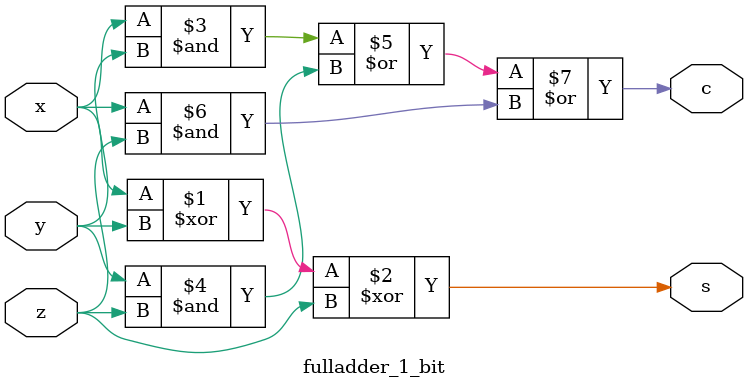
<source format=sv>
module fulladder_1_bit( input x,y,z,
							output logic c,s);
							
assign s = x^y^z;
assign c = (x&y)|(y&z)|(x&z);

endmodule
</source>
